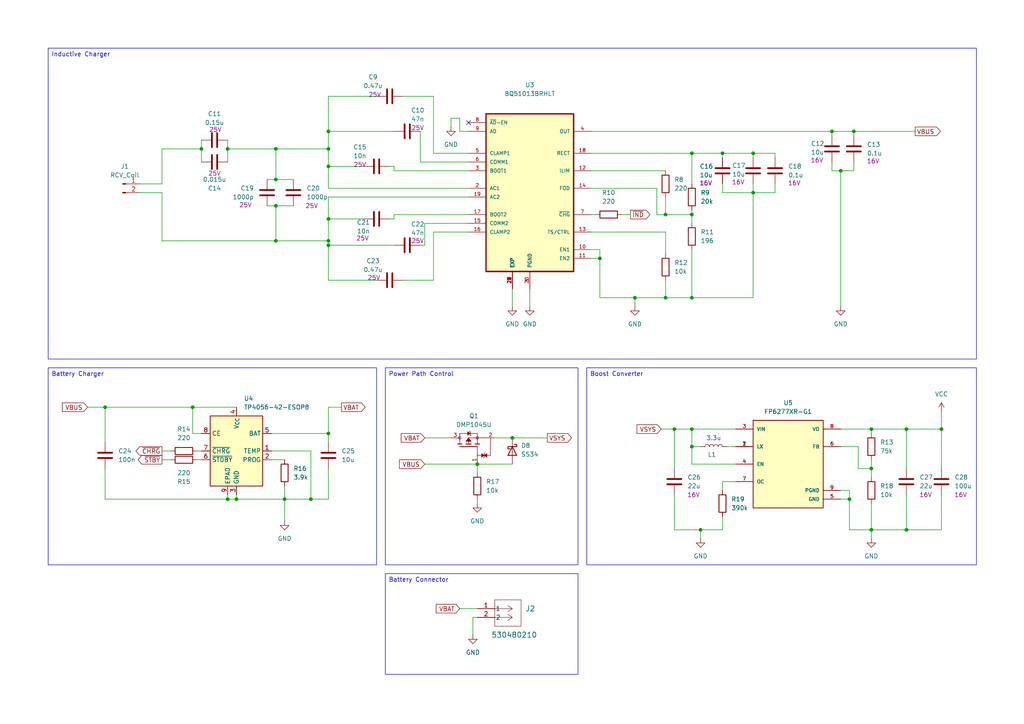
<source format=kicad_sch>
(kicad_sch (version 20250114) (generator "eeschema") (generator_version "9.0")
  (paper "A4")
  (title_block (title "Ignis") (date "2025-08-24") (rev "v1.1"))
  (lib_symbols
    (symbol "Battery_Management:TP4056-42-ESOP8"
      (property "Reference" "U" (at -6.604 11.684 0))
      (property "Value" "TP4056-42-ESOP8" (at 10.16 11.684 0))
      (symbol "TP4056-42-ESOP8_1_0"
        (pin input line (at -10.16 5.08 0) (length 2.54) (name "CE") (number "8"))
        (pin open_collector line (at -10.16 0 0) (length 2.54) (name "~{CHRG}") (number "7"))
        (pin open_collector line (at -10.16 -2.54 0) (length 2.54) (name "~{STDBY}") (number "6"))
        (pin passive line (at -2.54 -12.7 90) (length 2.54) (name "EPAD") (number "9"))
        (pin power_in line (at 0 12.7 270) (length 2.54) (name "V_{CC}") (number "4"))
        (pin power_in line (at 0 -12.7 90) (length 2.54) (name "GND") (number "3"))
        (pin power_out line (at 10.16 5.08 180) (length 2.54) (name "BAT") (number "5"))
        (pin input line (at 10.16 0 180) (length 2.54) (name "TEMP") (number "1"))
        (pin passive line (at 10.16 -2.54 180) (length 2.54) (name "PROG") (number "2"))
      )
      (symbol "TP4056-42-ESOP8_1_1"
        (rectangle (start -7.62 10.16) (end 7.62 -10.16) (stroke (width 0.254)) (fill (type background)))
      )
    )
    (symbol "Connector:Conn_01x02_Pin" (pin_names (offset 1.016) (hide yes))
      (property "Reference" "J" (at 0 2.54 0))
      (property "Value" "Conn_01x02_Pin" (at 0 -5.08 0))
      (symbol "Conn_01x02_Pin_1_1"
        (rectangle (start 0.8636 0.127) (end 0 -0.127) (stroke (width 0.1524)) (fill (type outline)))
        (rectangle (start 0.8636 -2.413) (end 0 -2.667) (stroke (width 0.1524)) (fill (type outline)))
        (polyline (pts (xy 1.27 0) (xy 0.8636 0)) (stroke (width 0.1524)))
        (polyline (pts (xy 1.27 -2.54) (xy 0.8636 -2.54)) (stroke (width 0.1524)))
        (pin passive line (at 5.08 0 180) (length 3.81) (name "Pin_1") (number "1"))
        (pin passive line (at 5.08 -2.54 180) (length 3.81) (name "Pin_2") (number "2"))
      )
    )
    (symbol "Device:C" (pin_numbers (hide yes)) (pin_names (offset 0.254))
      (property "Reference" "C" (at 0.635 2.54 0))
      (property "Value" "C" (at 0.635 -2.54 0))
      (symbol "C_0_1"
        (polyline (pts (xy -2.032 0.762) (xy 2.032 0.762)) (stroke (width 0.508)))
        (polyline (pts (xy -2.032 -0.762) (xy 2.032 -0.762)) (stroke (width 0.508)))
      )
      (symbol "C_1_1"
        (pin passive line (at 0 3.81 270) (length 2.794) (name "~") (number "1"))
        (pin passive line (at 0 -3.81 90) (length 2.794) (name "~") (number "2"))
      )
    )
    (symbol "Device:L" (pin_numbers (hide yes)) (pin_names (offset 1.016) (hide yes))
      (property "Reference" "L" (at -1.27 0 90))
      (property "Value" "L" (at 1.905 0 90))
      (symbol "L_0_1"
        (arc (start 0 2.54) (mid 0.6323 1.905) (end 0 1.27))
        (arc (start 0 1.27) (mid 0.6323 0.635) (end 0 0))
        (arc (start 0 0) (mid 0.6323 -0.635) (end 0 -1.27))
        (arc (start 0 -1.27) (mid 0.6323 -1.905) (end 0 -2.54))
      )
      (symbol "L_1_1"
        (pin passive line (at 0 3.81 270) (length 1.27) (name "1") (number "1"))
        (pin passive line (at 0 -3.81 90) (length 1.27) (name "2") (number "2"))
      )
    )
    (symbol "Device:R" (pin_numbers (hide yes)) (pin_names (offset 0))
      (property "Reference" "R" (at 2.032 0 90))
      (property "Value" "R" (at 0 0 90))
      (symbol "R_0_1"
        (rectangle (start -1.016 -2.54) (end 1.016 2.54) (stroke (width 0.254)))
      )
      (symbol "R_1_1"
        (pin passive line (at 0 3.81 270) (length 1.27) (name "~") (number "1"))
        (pin passive line (at 0 -3.81 90) (length 1.27) (name "~") (number "2"))
      )
    )
    (symbol "Diode:SS34" (pin_numbers (hide yes)) (pin_names (offset 1.016) (hide yes))
      (property "Reference" "D" (at 0 2.54 0))
      (property "Value" "SS34" (at 0 -2.54 0))
      (symbol "SS34_0_1"
        (polyline (pts (xy -1.905 0.635) (xy -1.905 1.27) (xy -1.27 1.27) (xy -1.27 -1.27) (xy -0.635 -1.27) (xy -0.635 -0.635)) (stroke (width 0.254)))
        (polyline (pts (xy 1.27 1.27) (xy 1.27 -1.27) (xy -1.27 0) (xy 1.27 1.27)) (stroke (width 0.254)))
        (polyline (pts (xy 1.27 0) (xy -1.27 0)))
      )
      (symbol "SS34_1_1"
        (pin passive line (at -3.81 0 0) (length 2.54) (name "K") (number "1"))
        (pin passive line (at 3.81 0 180) (length 2.54) (name "A") (number "2"))
      )
    )
    (symbol "Ignis:BQ51013BRHLT" (pin_names (offset 1.016))
      (property "Reference" "U" (at -12.192 26.67 0))
      (property "Value" "BQ51013BRHLT" (at -12.192 24.13 0))
      (symbol "BQ51013BRHLT_0_0"
        (rectangle (start -12.7 -22.86) (end 12.7 22.86) (stroke (width 0.41)) (fill (type background)))
        (pin output line (at -17.78 20.32 0) (length 5.08) (name "~{AD}-EN") (number "8"))
        (pin input line (at -17.78 17.78 0) (length 5.08) (name "AD") (number "9"))
        (pin output line (at -17.78 11.43 0) (length 5.08) (name "CLAMP1") (number "5"))
        (pin output line (at -17.78 8.89 0) (length 5.08) (name "COMM1") (number "6"))
        (pin output line (at -17.78 6.35 0) (length 5.08) (name "BOOT1") (number "3"))
        (pin input line (at -17.78 1.27 0) (length 5.08) (name "AC1") (number "2"))
        (pin input line (at -17.78 -1.27 0) (length 5.08) (name "AC2") (number "19"))
        (pin output line (at -17.78 -6.35 0) (length 5.08) (name "BOOT2") (number "17"))
        (pin output line (at -17.78 -8.89 0) (length 5.08) (name "COMM2") (number "15"))
        (pin output line (at -17.78 -11.43 0) (length 5.08) (name "CLAMP2") (number "16"))
        (pin power_in line (at -5.08 -27.94 90) (length 5.08) (name "EXP") (number "21"))
        (pin power_in line (at -5.08 -27.94 90) (length 5.08) (name "EXP") (number "22"))
        (pin power_in line (at -5.08 -27.94 90) (length 5.08) (name "EXP") (number "23"))
        (pin power_in line (at -5.08 -27.94 90) (length 5.08) (name "EXP") (number "24"))
        (pin power_in line (at -5.08 -27.94 90) (length 5.08) (name "EXP") (number "25"))
        (pin power_in line (at -5.08 -27.94 90) (length 5.08) (name "EXP") (number "26"))
        (pin power_in line (at -5.08 -27.94 90) (length 5.08) (name "EXP") (number "27"))
        (pin power_in line (at -5.08 -27.94 90) (length 5.08) (name "EXP") (number "28"))
        (pin power_in line (at -5.08 -27.94 90) (length 5.08) (name "EXP") (number "29"))
        (pin power_in line (at 0 -27.94 90) (length 5.08) (name "PGND") (number "1"))
        (pin power_in line (at 0 -27.94 90) (length 5.08) (name "PGND") (number "20"))
        (pin output line (at 17.78 17.78 180) (length 5.08) (name "OUT") (number "4"))
        (pin output line (at 17.78 11.43 180) (length 5.08) (name "RECT") (number "18"))
        (pin bidirectional line (at 17.78 6.35 180) (length 5.08) (name "ILIM") (number "12"))
        (pin input line (at 17.78 1.27 180) (length 5.08) (name "FOD") (number "14"))
        (pin output line (at 17.78 -6.35 180) (length 5.08) (name "~{CHG}") (number "7"))
        (pin input line (at 17.78 -11.43 180) (length 5.08) (name "TS/CTRL") (number "13"))
        (pin input line (at 17.78 -16.51 180) (length 5.08) (name "EN1") (number "10"))
        (pin input line (at 17.78 -19.05 180) (length 5.08) (name "EN2") (number "11"))
      )
    )
    (symbol "Ignis:DMP1045U" (pin_names (offset 1.016))
      (property "Reference" "Q" (at -10.16 7.62 0))
      (property "Value" "DMP1045U" (at -10.16 -7.62 0))
      (symbol "DMP1045U_0_0"
        (polyline (pts (xy -3.048 4.572) (xy -3.302 4.318)) (stroke (width 0.1524)))
        (polyline (pts (xy -2.54 6.35) (xy -2.54 5.334)) (stroke (width 0.1524)))
        (polyline (pts (xy -2.54 6.35) (xy 2.54 6.35)) (stroke (width 0.1524)))
        (polyline (pts (xy -2.54 4.572) (xy -3.048 4.572)) (stroke (width 0.1524)))
        (polyline (pts (xy -2.54 4.572) (xy -3.048 5.334) (xy -2.032 5.334) (xy -2.54 4.572)) (stroke (width 0.1524)) (fill (type outline)))
        (polyline (pts (xy -2.54 4.572) (xy -2.032 3.81) (xy -3.048 3.81) (xy -2.54 4.572)) (stroke (width 0.1524)) (fill (type outline)))
        (polyline (pts (xy -2.54 2.54) (xy -2.54 4.572)) (stroke (width 0.1524)))
        (polyline (pts (xy -2.54 2.54) (xy 0 2.54)) (stroke (width 0.1524)))
        (polyline (pts (xy -2.032 4.572) (xy -2.54 4.572)) (stroke (width 0.1524)))
        (polyline (pts (xy -1.778 4.826) (xy -2.032 4.572)) (stroke (width 0.1524)))
        (polyline (pts (xy 0 -2.54) (xy 0 2.54)) (stroke (width 0.254)))
        (polyline (pts (xy 0.762 2.54) (xy 0.762 3.175)) (stroke (width 0.254)))
        (polyline (pts (xy 0.762 1.905) (xy 0.762 2.54)) (stroke (width 0.254)))
        (polyline (pts (xy 0.762 0) (xy 0.762 0.762)) (stroke (width 0.254)))
        (polyline (pts (xy 0.762 0) (xy 2.54 0)) (stroke (width 0.1524)))
        (polyline (pts (xy 0.762 -0.762) (xy 0.762 0)) (stroke (width 0.254)))
        (polyline (pts (xy 0.762 -2.54) (xy 0.762 -1.905)) (stroke (width 0.254)))
        (polyline (pts (xy 0.762 -2.54) (xy 3.81 -2.54)) (stroke (width 0.1524)))
        (polyline (pts (xy 0.762 -3.175) (xy 0.762 -2.54)) (stroke (width 0.254)))
        (polyline (pts (xy 2.54 2.54) (xy 0.762 2.54)) (stroke (width 0.1524)))
        (polyline (pts (xy 2.54 2.54) (xy 2.54 5.08)) (stroke (width 0.1524)))
        (polyline (pts (xy 2.54 2.54) (xy 3.81 2.54)) (stroke (width 0.1524)))
        (circle (center 2.54 2.54) (radius 0.3592))
        (polyline (pts (xy 2.54 0) (xy 2.54 2.54)) (stroke (width 0.1524)))
        (polyline (pts (xy 2.54 0) (xy 1.524 0.762) (xy 1.524 -0.762) (xy 2.54 0)) (stroke (width 0.1524)) (fill (type outline)))
        (circle (center 2.54 -2.54) (radius 0.3592))
        (polyline (pts (xy 3.048 0.762) (xy 3.302 0.508)) (stroke (width 0.1524)))
        (polyline (pts (xy 3.302 0.508) (xy 3.81 0.508)) (stroke (width 0.1524)))
        (polyline (pts (xy 3.81 0.508) (xy 3.81 2.54)) (stroke (width 0.1524)))
        (polyline (pts (xy 3.81 0.508) (xy 4.318 0.508)) (stroke (width 0.1524)))
        (polyline (pts (xy 3.81 0.508) (xy 4.318 -0.254) (xy 3.302 -0.254) (xy 3.81 0.508)) (stroke (width 0.1524)) (fill (type outline)))
        (polyline (pts (xy 3.81 -2.54) (xy 3.81 0.508)) (stroke (width 0.1524)))
        (polyline (pts (xy 4.318 0.508) (xy 4.572 0.254)) (stroke (width 0.1524)))
        (pin passive line (at -5.08 2.54 0) (length 2.54) (name "~") (number "1"))
        (pin passive line (at 2.54 7.62 270) (length 2.54) (name "~") (number "2"))
        (pin passive line (at 2.54 -5.08 90) (length 2.54) (name "~") (number "3"))
      )
    )
    (symbol "Ignis:FP6277XR-G1" (pin_names (offset 1.016))
      (property "Reference" "U" (at -10.16 13.462 0))
      (property "Value" "FP6277XR-G1" (at -10.16 -15.24 0))
      (symbol "FP6277XR-G1_0_0"
        (rectangle (start -10.16 -12.7) (end 10.16 12.7) (stroke (width 0.254)) (fill (type background)))
        (pin input line (at -15.24 10.16 0) (length 5.08) (name "VIN") (number "3"))
        (pin input line (at -15.24 5.08 0) (length 5.08) (name "LX") (number "1"))
        (pin input line (at -15.24 5.08 0) (length 5.08) (name "LX") (number "2"))
        (pin input line (at -15.24 0 0) (length 5.08) (name "EN") (number "4"))
        (pin input line (at -15.24 -5.08 0) (length 5.08) (name "OC") (number "7"))
        (pin output line (at 15.24 10.16 180) (length 5.08) (name "VO") (number "8"))
        (pin input line (at 15.24 5.08 180) (length 5.08) (name "FB") (number "6"))
        (pin power_in line (at 15.24 -7.62 180) (length 5.08) (name "PGND") (number "9"))
        (pin power_in line (at 15.24 -10.16 180) (length 5.08) (name "GND") (number "5"))
      )
    )
    (symbol "Ignis:Molex-53048-0210" (pin_names (offset 0.254))
      (property "Reference" "J" (at 8.89 6.35 0))
      (property "Value" "530480210" (at 0 0 0))
      (symbol "Molex-53048-0210_1_1"
        (polyline (pts (xy 5.08 2.54) (xy 5.08 -5.08)) (stroke (width 0.127)))
        (polyline (pts (xy 5.08 -5.08) (xy 12.7 -5.08)) (stroke (width 0.127)))
        (polyline (pts (xy 10.16 0) (xy 5.08 0)) (stroke (width 0.127)))
        (polyline (pts (xy 10.16 0) (xy 8.89 0.8467)) (stroke (width 0.127)))
        (polyline (pts (xy 10.16 0) (xy 8.89 -0.8467)) (stroke (width 0.127)))
        (polyline (pts (xy 10.16 -2.54) (xy 5.08 -2.54)) (stroke (width 0.127)))
        (polyline (pts (xy 10.16 -2.54) (xy 8.89 -1.6933)) (stroke (width 0.127)))
        (polyline (pts (xy 10.16 -2.54) (xy 8.89 -3.3867)) (stroke (width 0.127)))
        (polyline (pts (xy 12.7 2.54) (xy 5.08 2.54)) (stroke (width 0.127)))
        (polyline (pts (xy 12.7 -5.08) (xy 12.7 2.54)) (stroke (width 0.127)))
        (pin unspecified line (at 0 0 0) (length 5.08) (name "1") (number "1"))
        (pin unspecified line (at 0 -2.54 0) (length 5.08) (name "2") (number "2"))
      )
      (symbol "Molex-53048-0210_1_2"
        (polyline (pts (xy 5.08 2.54) (xy 5.08 -5.08)) (stroke (width 0.127)))
        (polyline (pts (xy 5.08 -5.08) (xy 12.7 -5.08)) (stroke (width 0.127)))
        (polyline (pts (xy 7.62 0) (xy 5.08 0)) (stroke (width 0.127)))
        (polyline (pts (xy 7.62 0) (xy 8.89 0.8467)) (stroke (width 0.127)))
        (polyline (pts (xy 7.62 0) (xy 8.89 -0.8467)) (stroke (width 0.127)))
        (polyline (pts (xy 7.62 -2.54) (xy 5.08 -2.54)) (stroke (width 0.127)))
        (polyline (pts (xy 7.62 -2.54) (xy 8.89 -1.6933)) (stroke (width 0.127)))
        (polyline (pts (xy 7.62 -2.54) (xy 8.89 -3.3867)) (stroke (width 0.127)))
        (polyline (pts (xy 12.7 2.54) (xy 5.08 2.54)) (stroke (width 0.127)))
        (polyline (pts (xy 12.7 -5.08) (xy 12.7 2.54)) (stroke (width 0.127)))
        (pin unspecified line (at 0 0 0) (length 5.08) (name "1") (number "1"))
        (pin unspecified line (at 0 -2.54 0) (length 5.08) (name "2") (number "2"))
      )
    )
    (symbol "power:GND" (power) (pin_numbers (hide yes)) (pin_names (offset 0) (hide yes))
      (property "Value" "GND" (at 0 -3.81 0))
      (symbol "GND_0_1"
        (polyline (pts (xy 0 0) (xy 0 -1.27) (xy 1.27 -1.27) (xy 0 -2.54) (xy -1.27 -1.27) (xy 0 -1.27)))
      )
      (symbol "GND_1_1"
        (pin power_in line (at 0 0 270) (length 0) (name "~") (number "1"))
      )
    )
    (symbol "power:VCC" (power) (pin_numbers (hide yes)) (pin_names (offset 0) (hide yes))
      (property "Value" "VCC" (at 0 3.556 0))
      (symbol "VCC_0_1"
        (polyline (pts (xy -0.762 1.27) (xy 0 2.54)))
        (polyline (pts (xy 0 2.54) (xy 0.762 1.27)))
        (polyline (pts (xy 0 0) (xy 0 2.54)))
      )
      (symbol "VCC_1_1"
        (pin power_in line (at 0 0 90) (length 0) (name "~") (number "1"))
      )
    )
  )
  (text_box "Battery Connector" (at 111.76 166.37 0) (size 55.88 29.21) (margins 0.9525 0.9525 0.9525 0.9525) (effects (font (size 1.27 1.27)) (justify left top)))
  (text_box "Inductive Charger" (at 13.97 13.97 0) (size 269.24 90.17) (margins 0.9525 0.9525 0.9525 0.9525) (effects (font (size 1.27 1.27)) (justify left top)))
  (text_box "Battery Charger" (at 13.97 106.68 0) (size 95.25 57.15) (margins 0.9525 0.9525 0.9525 0.9525) (effects (font (size 1.27 1.27)) (justify left top)))
  (text_box "Power Path Control" (at 111.76 106.68 0) (size 55.88 57.15) (margins 0.9525 0.9525 0.9525 0.9525) (effects (font (size 1.27 1.27)) (justify left top)))
  (text_box "Boost Converter" (at 170.18 106.68 0) (size 113.03 57.15) (margins 0.9525 0.9525 0.9525 0.9525) (effects (font (size 1.27 1.27)) (justify left top)))
  (junction (at 200.66 44.45))
  (junction (at 193.04 62.23))
  (junction (at 90.17 144.78))
  (junction (at 273.05 124.46))
  (junction (at 82.55 144.78))
  (junction (at 200.66 62.23))
  (junction (at 252.73 153.67))
  (junction (at 262.89 124.46))
  (junction (at 246.38 144.78))
  (junction (at 30.48 118.11))
  (junction (at 200.66 86.36))
  (junction (at 95.25 63.5))
  (junction (at 200.66 124.46))
  (junction (at 66.04 43.18))
  (junction (at 95.25 38.1))
  (junction (at 252.73 135.89))
  (junction (at 243.84 49.53))
  (junction (at 55.88 118.11))
  (junction (at 184.15 86.36))
  (junction (at 195.58 124.46))
  (junction (at 218.44 55.88))
  (junction (at 148.59 127))
  (junction (at 80.01 59.69))
  (junction (at 218.44 44.45))
  (junction (at 262.89 153.67))
  (junction (at 95.25 48.26))
  (junction (at 66.04 144.78))
  (junction (at 95.25 71.12))
  (junction (at 58.42 43.18))
  (junction (at 173.99 74.93))
  (junction (at 209.55 44.45))
  (junction (at 95.25 125.73))
  (junction (at 203.2 153.67))
  (junction (at 138.43 134.62))
  (junction (at 200.66 129.54))
  (junction (at 252.73 124.46))
  (junction (at 80.01 69.85))
  (junction (at 247.65 38.1))
  (junction (at 241.3 38.1))
  (junction (at 80.01 43.18))
  (junction (at 80.01 52.07))
  (junction (at 193.04 86.36))
  (junction (at 68.58 144.78))
  (junction (at 95.25 43.18))
  (junction (at 95.25 69.85))
  (no_connect (at 135.89 35.56))
  (wire (pts (xy 241.3 46.99) (xy 241.3 49.53)))
  (wire (pts (xy 95.25 63.5) (xy 95.25 69.85)))
  (wire (pts (xy 273.05 153.67) (xy 262.89 153.67)))
  (wire (pts (xy 121.92 71.12) (xy 123.19 71.12)))
  (wire (pts (xy 123.19 134.62) (xy 138.43 134.62)))
  (wire (pts (xy 190.5 54.61) (xy 171.45 54.61)))
  (wire (pts (xy 195.58 124.46) (xy 200.66 124.46)))
  (wire (pts (xy 171.45 49.53) (xy 193.04 49.53)))
  (wire (pts (xy 133.35 176.53) (xy 138.43 176.53)))
  (wire (pts (xy 262.89 124.46) (xy 252.73 124.46)))
  (wire (pts (xy 40.64 55.88) (xy 46.99 55.88)))
  (wire (pts (xy 95.25 48.26) (xy 95.25 54.61)))
  (wire (pts (xy 123.19 71.12) (xy 123.19 64.77)))
  (wire (pts (xy 78.74 125.73) (xy 95.25 125.73)))
  (wire (pts (xy 66.04 144.78) (xy 68.58 144.78)))
  (wire (pts (xy 30.48 128.27) (xy 30.48 118.11)))
  (wire (pts (xy 123.19 64.77) (xy 135.89 64.77)))
  (wire (pts (xy 209.55 44.45) (xy 218.44 44.45)))
  (wire (pts (xy 121.92 38.1) (xy 121.92 46.99)))
  (wire (pts (xy 57.15 133.35) (xy 58.42 133.35)))
  (wire (pts (xy 46.99 133.35) (xy 49.53 133.35)))
  (wire (pts (xy 173.99 86.36) (xy 184.15 86.36)))
  (wire (pts (xy 191.77 124.46) (xy 195.58 124.46)))
  (wire (pts (xy 173.99 72.39) (xy 173.99 74.93)))
  (wire (pts (xy 95.25 81.28) (xy 109.22 81.28)))
  (wire (pts (xy 80.01 43.18) (xy 80.01 52.07)))
  (wire (pts (xy 99.06 118.11) (xy 95.25 118.11)))
  (wire (pts (xy 30.48 135.89) (xy 30.48 144.78)))
  (wire (pts (xy 40.64 53.34) (xy 46.99 53.34)))
  (wire (pts (xy 125.73 67.31) (xy 135.89 67.31)))
  (wire (pts (xy 130.81 36.83) (xy 130.81 34.29)))
  (wire (pts (xy 241.3 38.1) (xy 247.65 38.1)))
  (wire (pts (xy 68.58 143.51) (xy 68.58 144.78)))
  (wire (pts (xy 95.25 38.1) (xy 114.3 38.1)))
  (wire (pts (xy 171.45 74.93) (xy 173.99 74.93)))
  (wire (pts (xy 252.73 135.89) (xy 252.73 133.35)))
  (wire (pts (xy 209.55 139.7) (xy 209.55 142.24)))
  (wire (pts (xy 193.04 57.15) (xy 193.04 62.23)))
  (wire (pts (xy 247.65 39.37) (xy 247.65 38.1)))
  (wire (pts (xy 195.58 135.89) (xy 195.58 124.46)))
  (wire (pts (xy 113.03 63.5) (xy 114.3 63.5)))
  (wire (pts (xy 200.66 60.96) (xy 200.66 62.23)))
  (wire (pts (xy 135.89 54.61) (xy 95.25 54.61)))
  (wire (pts (xy 30.48 144.78) (xy 66.04 144.78)))
  (wire (pts (xy 46.99 130.81) (xy 49.53 130.81)))
  (wire (pts (xy 58.42 125.73) (xy 55.88 125.73)))
  (wire (pts (xy 195.58 143.51) (xy 195.58 153.67)))
  (wire (pts (xy 46.99 53.34) (xy 46.99 43.18)))
  (wire (pts (xy 209.55 55.88) (xy 218.44 55.88)))
  (wire (pts (xy 184.15 86.36) (xy 184.15 88.9)))
  (wire (pts (xy 95.25 71.12) (xy 114.3 71.12)))
  (wire (pts (xy 80.01 43.18) (xy 66.04 43.18)))
  (wire (pts (xy 113.03 48.26) (xy 114.3 48.26)))
  (wire (pts (xy 184.15 86.36) (xy 193.04 86.36)))
  (wire (pts (xy 262.89 143.51) (xy 262.89 153.67)))
  (wire (pts (xy 95.25 144.78) (xy 90.17 144.78)))
  (wire (pts (xy 95.25 81.28) (xy 95.25 71.12)))
  (wire (pts (xy 246.38 153.67) (xy 246.38 144.78)))
  (wire (pts (xy 95.25 69.85) (xy 80.01 69.85)))
  (wire (pts (xy 133.35 38.1) (xy 135.89 38.1)))
  (wire (pts (xy 138.43 146.05) (xy 138.43 144.78)))
  (wire (pts (xy 80.01 59.69) (xy 80.01 69.85)))
  (wire (pts (xy 193.04 86.36) (xy 200.66 86.36)))
  (wire (pts (xy 130.81 34.29) (xy 133.35 34.29)))
  (wire (pts (xy 243.84 129.54) (xy 248.92 129.54)))
  (wire (pts (xy 203.2 156.21) (xy 203.2 153.67)))
  (wire (pts (xy 200.66 129.54) (xy 203.2 129.54)))
  (wire (pts (xy 77.47 52.07) (xy 80.01 52.07)))
  (wire (pts (xy 200.66 129.54) (xy 200.66 134.62)))
  (wire (pts (xy 252.73 153.67) (xy 246.38 153.67)))
  (wire (pts (xy 95.25 135.89) (xy 95.25 144.78)))
  (wire (pts (xy 200.66 86.36) (xy 218.44 86.36)))
  (wire (pts (xy 114.3 49.53) (xy 135.89 49.53)))
  (wire (pts (xy 241.3 49.53) (xy 243.84 49.53)))
  (wire (pts (xy 246.38 144.78) (xy 246.38 142.24)))
  (wire (pts (xy 252.73 124.46) (xy 252.73 125.73)))
  (wire (pts (xy 138.43 179.07) (xy 137.16 179.07)))
  (wire (pts (xy 148.59 83.82) (xy 148.59 88.9)))
  (wire (pts (xy 252.73 135.89) (xy 252.73 138.43)))
  (wire (pts (xy 143.51 127) (xy 148.59 127)))
  (wire (pts (xy 66.04 40.64) (xy 66.04 43.18)))
  (wire (pts (xy 173.99 74.93) (xy 173.99 86.36)))
  (wire (pts (xy 248.92 135.89) (xy 252.73 135.89)))
  (wire (pts (xy 114.3 48.26) (xy 114.3 49.53)))
  (wire (pts (xy 121.92 46.99) (xy 135.89 46.99)))
  (wire (pts (xy 82.55 140.97) (xy 82.55 144.78)))
  (wire (pts (xy 273.05 135.89) (xy 273.05 124.46)))
  (wire (pts (xy 218.44 55.88) (xy 224.79 55.88)))
  (wire (pts (xy 171.45 67.31) (xy 193.04 67.31)))
  (wire (pts (xy 171.45 62.23) (xy 172.72 62.23)))
  (wire (pts (xy 95.25 43.18) (xy 95.25 48.26)))
  (wire (pts (xy 114.3 62.23) (xy 135.89 62.23)))
  (wire (pts (xy 224.79 53.34) (xy 224.79 55.88)))
  (wire (pts (xy 57.15 130.81) (xy 58.42 130.81)))
  (wire (pts (xy 125.73 44.45) (xy 135.89 44.45)))
  (wire (pts (xy 213.36 124.46) (xy 200.66 124.46)))
  (wire (pts (xy 55.88 118.11) (xy 68.58 118.11)))
  (wire (pts (xy 213.36 139.7) (xy 209.55 139.7)))
  (wire (pts (xy 114.3 63.5) (xy 114.3 62.23)))
  (wire (pts (xy 243.84 144.78) (xy 246.38 144.78)))
  (wire (pts (xy 25.4 118.11) (xy 30.48 118.11)))
  (wire (pts (xy 171.45 44.45) (xy 200.66 44.45)))
  (wire (pts (xy 200.66 44.45) (xy 209.55 44.45)))
  (wire (pts (xy 95.25 71.12) (xy 95.25 69.85)))
  (wire (pts (xy 190.5 62.23) (xy 193.04 62.23)))
  (wire (pts (xy 78.74 133.35) (xy 82.55 133.35)))
  (wire (pts (xy 200.66 62.23) (xy 200.66 64.77)))
  (wire (pts (xy 252.73 156.21) (xy 252.73 153.67)))
  (wire (pts (xy 95.25 118.11) (xy 95.25 125.73)))
  (wire (pts (xy 58.42 40.64) (xy 58.42 43.18)))
  (wire (pts (xy 95.25 125.73) (xy 95.25 128.27)))
  (wire (pts (xy 247.65 49.53) (xy 247.65 46.99)))
  (wire (pts (xy 116.84 27.94) (xy 125.73 27.94)))
  (wire (pts (xy 171.45 72.39) (xy 173.99 72.39)))
  (wire (pts (xy 138.43 134.62) (xy 138.43 137.16)))
  (wire (pts (xy 148.59 127) (xy 158.75 127)))
  (wire (pts (xy 218.44 45.72) (xy 218.44 44.45)))
  (wire (pts (xy 46.99 43.18) (xy 58.42 43.18)))
  (wire (pts (xy 273.05 143.51) (xy 273.05 153.67)))
  (wire (pts (xy 138.43 134.62) (xy 148.59 134.62)))
  (wire (pts (xy 78.74 130.81) (xy 90.17 130.81)))
  (wire (pts (xy 95.25 27.94) (xy 95.25 38.1)))
  (wire (pts (xy 180.34 62.23) (xy 182.88 62.23)))
  (wire (pts (xy 137.16 179.07) (xy 137.16 184.15)))
  (wire (pts (xy 248.92 129.54) (xy 248.92 135.89)))
  (wire (pts (xy 243.84 49.53) (xy 243.84 88.9)))
  (wire (pts (xy 210.82 129.54) (xy 213.36 129.54)))
  (wire (pts (xy 125.73 81.28) (xy 125.73 67.31)))
  (wire (pts (xy 82.55 144.78) (xy 82.55 151.13)))
  (wire (pts (xy 273.05 119.38) (xy 273.05 124.46)))
  (wire (pts (xy 123.19 127) (xy 130.81 127)))
  (wire (pts (xy 262.89 153.67) (xy 252.73 153.67)))
  (wire (pts (xy 193.04 81.28) (xy 193.04 86.36)))
  (wire (pts (xy 116.84 81.28) (xy 125.73 81.28)))
  (wire (pts (xy 82.55 144.78) (xy 90.17 144.78)))
  (wire (pts (xy 80.01 52.07) (xy 85.09 52.07)))
  (wire (pts (xy 195.58 153.67) (xy 203.2 153.67)))
  (wire (pts (xy 95.25 38.1) (xy 95.25 43.18)))
  (wire (pts (xy 203.2 153.67) (xy 209.55 153.67)))
  (wire (pts (xy 193.04 62.23) (xy 200.66 62.23)))
  (wire (pts (xy 171.45 38.1) (xy 241.3 38.1)))
  (wire (pts (xy 90.17 130.81) (xy 90.17 144.78)))
  (wire (pts (xy 224.79 44.45) (xy 218.44 44.45)))
  (wire (pts (xy 66.04 43.18) (xy 66.04 46.99)))
  (wire (pts (xy 273.05 124.46) (xy 262.89 124.46)))
  (wire (pts (xy 247.65 38.1) (xy 265.43 38.1)))
  (wire (pts (xy 55.88 125.73) (xy 55.88 118.11)))
  (wire (pts (xy 77.47 59.69) (xy 80.01 59.69)))
  (wire (pts (xy 95.25 27.94) (xy 109.22 27.94)))
  (wire (pts (xy 243.84 49.53) (xy 247.65 49.53)))
  (wire (pts (xy 224.79 45.72) (xy 224.79 44.45)))
  (wire (pts (xy 95.25 63.5) (xy 105.41 63.5)))
  (wire (pts (xy 200.66 72.39) (xy 200.66 86.36)))
  (wire (pts (xy 218.44 53.34) (xy 218.44 55.88)))
  (wire (pts (xy 209.55 149.86) (xy 209.55 153.67)))
  (wire (pts (xy 46.99 69.85) (xy 80.01 69.85)))
  (wire (pts (xy 252.73 146.05) (xy 252.73 153.67)))
  (wire (pts (xy 200.66 134.62) (xy 213.36 134.62)))
  (wire (pts (xy 66.04 143.51) (xy 66.04 144.78)))
  (wire (pts (xy 95.25 57.15) (xy 135.89 57.15)))
  (wire (pts (xy 153.67 83.82) (xy 153.67 88.9)))
  (wire (pts (xy 125.73 27.94) (xy 125.73 44.45)))
  (wire (pts (xy 95.25 48.26) (xy 105.41 48.26)))
  (wire (pts (xy 95.25 43.18) (xy 80.01 43.18)))
  (wire (pts (xy 262.89 135.89) (xy 262.89 124.46)))
  (wire (pts (xy 200.66 124.46) (xy 200.66 129.54)))
  (wire (pts (xy 241.3 38.1) (xy 241.3 39.37)))
  (wire (pts (xy 243.84 124.46) (xy 252.73 124.46)))
  (wire (pts (xy 80.01 59.69) (xy 85.09 59.69)))
  (wire (pts (xy 193.04 67.31) (xy 193.04 73.66)))
  (wire (pts (xy 133.35 34.29) (xy 133.35 38.1)))
  (wire (pts (xy 200.66 44.45) (xy 200.66 53.34)))
  (wire (pts (xy 190.5 54.61) (xy 190.5 62.23)))
  (wire (pts (xy 218.44 55.88) (xy 218.44 86.36)))
  (wire (pts (xy 30.48 118.11) (xy 55.88 118.11)))
  (wire (pts (xy 209.55 53.34) (xy 209.55 55.88)))
  (wire (pts (xy 95.25 57.15) (xy 95.25 63.5)))
  (wire (pts (xy 58.42 43.18) (xy 58.42 46.99)))
  (wire (pts (xy 246.38 142.24) (xy 243.84 142.24)))
  (wire (pts (xy 82.55 144.78) (xy 68.58 144.78)))
  (wire (pts (xy 46.99 55.88) (xy 46.99 69.85)))
  (wire (pts (xy 209.55 44.45) (xy 209.55 45.72)))
  (global_label "~{CHRG}" (shape output) (at 46.99 130.81 180) (property "Intersheetrefs" "${INTERSHEET_REFS}" (effects (hide yes))))
  (global_label "VBUS" (shape output) (at 265.43 38.1 0) (property "Intersheetrefs" "${INTERSHEET_REFS}" (effects (hide yes))))
  (global_label "VBUS" (shape input) (at 25.4 118.11 180) (property "Intersheetrefs" "${INTERSHEET_REFS}" (effects (hide yes))))
  (global_label "VSYS" (shape output) (at 158.75 127 0) (property "Intersheetrefs" "${INTERSHEET_REFS}" (effects (hide yes))))
  (global_label "VSYS" (shape input) (at 191.77 124.46 180) (property "Intersheetrefs" "${INTERSHEET_REFS}" (effects (hide yes))))
  (global_label "~{STBY}" (shape output) (at 46.99 133.35 180) (property "Intersheetrefs" "${INTERSHEET_REFS}" (effects (hide yes))))
  (global_label "~{IND}" (shape output) (at 182.88 62.23 0) (property "Intersheetrefs" "${INTERSHEET_REFS}" (effects (hide yes))))
  (global_label "VBAT" (shape input) (at 133.35 176.53 180) (property "Intersheetrefs" "${INTERSHEET_REFS}" (effects (hide yes))))
  (global_label "VBAT" (shape output) (at 99.06 118.11 0) (property "Intersheetrefs" "${INTERSHEET_REFS}" (effects (hide yes))))
  (global_label "VBAT" (shape input) (at 123.19 127 180) (property "Intersheetrefs" "${INTERSHEET_REFS}" (effects (hide yes))))
  (global_label "VBUS" (shape input) (at 123.19 134.62 180) (property "Intersheetrefs" "${INTERSHEET_REFS}" (effects (hide yes))))
  (symbol (lib_id "Device:C") (at 118.11 71.12 90) (unit 1)
    (property "Reference" "C22" (at 121.158 65.024 90))
    (property "Value" "47n" (at 121.158 67.564 90))
    (property "Description" "Unpolarized capacitor" (effects (hide yes)))
    (property "Rating" "25V" (at 121.158 69.85 90))
  )
  (symbol (lib_id "Battery_Management:TP4056-42-ESOP8") (at 68.58 130.81 0) (unit 1)
    (property "Reference" "U4" (at 70.7233 115.57 0) (effects (justify left)))
    (property "Value" "TP4056-42-ESOP8" (at 70.7233 118.11 0) (effects (justify left)))
    (property "Footprint" "Package_SO:SOIC-8-1EP_3.9x4.9mm_P1.27mm_EP2.41x3.3mm_ThermalVias" (effects (hide yes)))
    (property "Datasheet" "https://www.lcsc.com/datasheet/lcsc_datasheet_2410121619_TOPPOWER-Nanjing-Extension-Microelectronics-TP4056-42-ESOP8_C16581.pdf" (effects (hide yes)))
    (property "Description" "1A Standalone Linear Li-ion/LiPo single-cell battery charger, 4.2V ±1% charge voltage, VCC = 4.0..8.0V, SOIC-8 (SOP-8)" (effects (hide yes)))
  )
  (symbol (lib_id "power:GND") (at 137.16 184.15 0) (unit 1)
    (property "Reference" "#PWR039" (effects (hide yes)))
    (property "Value" "GND" (at 137.16 189.23 0))
    (property "Description" "Power symbol creates a global label with name \"GND\" , ground" (effects (hide yes)))
  )
  (symbol (lib_id "Device:R") (at 193.04 53.34 0) (unit 1)
    (property "Reference" "R8" (at 195.58 52.0699 0) (effects (justify left)))
    (property "Value" "220" (at 195.58 54.6099 0) (effects (justify left)))
    (property "Description" "Resistor" (effects (hide yes)))
  )
  (symbol (lib_id "power:GND") (at 153.67 88.9 0) (unit 1)
    (property "Reference" "#PWR031" (effects (hide yes)))
    (property "Value" "GND" (at 153.67 93.98 0))
    (property "Description" "Power symbol creates a global label with name \"GND\" , ground" (effects (hide yes)))
  )
  (symbol (lib_id "Ignis:DMP1045U") (at 135.89 129.54 270) (mirror x) (unit 1)
    (property "Reference" "Q1" (at 137.4521 120.65 90))
    (property "Value" "DMP1045U" (at 137.4521 123.19 90))
    (property "Footprint" "DMP1045U:SOT91P240X110-3N" (effects (hide yes)))
    (property "MF" "Diodes Inc." (effects (hide yes)))
    (property "MAXIMUM_PACKAGE_HEIGHT" "1.1 mm" (effects (hide yes)))
    (property "Package" "SOT-23 Diodes Inc." (effects (hide yes)))
    (property "Price" "None" (effects (hide yes)))
    (property "Check_prices" "https://www.snapeda.com/parts/DMP1045U/Diodes+Inc./view-part/?ref=eda" (effects (hide yes)))
    (property "STANDARD" "IPC 7351B" (effects (hide yes)))
    (property "PARTREV" "7 - 2" (effects (hide yes)))
    (property "SnapEDA_Link" "https://www.snapeda.com/parts/DMP1045U/Diodes+Inc./view-part/?ref=snap" (effects (hide yes)))
    (property "MP" "DMP1045U" (effects (hide yes)))
    (property "Description_1" "P-Channel 12 V 2.6A (Ta) 530mW Surface Mount X2-WLB0808-4 (Type C)" (effects (hide yes)))
    (property "Availability" "In Stock" (effects (hide yes)))
    (property "MANUFACTURER" "Diodes Inc." (effects (hide yes)))
  )
  (symbol (lib_id "Device:C") (at 195.58 139.7 0) (unit 1)
    (property "Reference" "C26" (at 199.39 138.4299 0) (effects (justify left)))
    (property "Value" "22u" (at 199.39 140.9699 0) (effects (justify left)))
    (property "Description" "Unpolarized capacitor" (effects (hide yes)))
    (property "Rating" "16V" (at 201.168 143.51 0))
  )
  (symbol (lib_id "power:GND") (at 252.73 156.21 0) (unit 1)
    (property "Reference" "#PWR038" (effects (hide yes)))
    (property "Value" "GND" (at 252.73 161.29 0))
    (property "Description" "Power symbol creates a global label with name \"GND\" , ground" (effects (hide yes)))
  )
  (symbol (lib_id "power:GND") (at 243.84 88.9 0) (unit 1)
    (property "Reference" "#PWR033" (effects (hide yes)))
    (property "Value" "GND" (at 243.84 93.98 0))
    (property "Description" "Power symbol creates a global label with name \"GND\" , ground" (effects (hide yes)))
  )
  (symbol (lib_id "power:VCC") (at 273.05 119.38 0) (unit 1)
    (property "Reference" "#PWR034" (effects (hide yes)))
    (property "Value" "VCC" (at 273.05 114.3 0))
    (property "Description" "Power symbol creates a global label with name \"VCC\"" (effects (hide yes)))
  )
  (symbol (lib_id "power:GND") (at 184.15 88.9 0) (unit 1)
    (property "Reference" "#PWR032" (effects (hide yes)))
    (property "Value" "GND" (at 184.15 93.98 0))
    (property "Description" "Power symbol creates a global label with name \"GND\" , ground" (effects (hide yes)))
  )
  (symbol (lib_id "power:GND") (at 138.43 146.05 0) (unit 1)
    (property "Reference" "#PWR035" (effects (hide yes)))
    (property "Value" "GND" (at 138.43 151.13 0))
    (property "Description" "Power symbol creates a global label with name \"GND\" , ground" (effects (hide yes)))
  )
  (symbol (lib_id "Device:L") (at 207.01 129.54 90) (unit 1)
    (property "Reference" "L1" (at 206.502 131.826 90))
    (property "Value" "3.3u" (at 207.01 127 90))
    (property "Description" "Inductor" (effects (hide yes)))
  )
  (symbol (lib_id "Device:C") (at 85.09 55.88 180) (unit 1)
    (property "Reference" "C20" (at 88.9 54.6099 0) (effects (justify right)))
    (property "Value" "1000p" (at 88.9 57.1499 0) (effects (justify right)))
    (property "Description" "Unpolarized capacitor" (effects (hide yes)))
    (property "Rating" "25V" (at 90.424 59.69 0))
  )
  (symbol (lib_id "Device:R") (at 193.04 77.47 0) (unit 1)
    (property "Reference" "R12" (at 195.58 76.1999 0) (effects (justify left)))
    (property "Value" "10k" (at 195.58 78.7399 0) (effects (justify left)))
    (property "Description" "Resistor" (effects (hide yes)))
  )
  (symbol (lib_id "Device:C") (at 95.25 132.08 180) (unit 1)
    (property "Reference" "C25" (at 99.06 130.8099 0) (effects (justify right)))
    (property "Value" "10u" (at 99.06 133.3499 0) (effects (justify right)))
    (property "Description" "Unpolarized capacitor" (effects (hide yes)))
  )
  (symbol (lib_id "Device:C") (at 30.48 132.08 0) (unit 1)
    (property "Reference" "C24" (at 34.29 130.8099 0) (effects (justify left)))
    (property "Value" "100n" (at 34.29 133.3499 0) (effects (justify left)))
    (property "Description" "Unpolarized capacitor" (effects (hide yes)))
  )
  (symbol (lib_id "Device:R") (at 252.73 142.24 0) (unit 1)
    (property "Reference" "R18" (at 255.27 140.9699 0) (effects (justify left)))
    (property "Value" "10k" (at 255.27 143.5099 0) (effects (justify left)))
    (property "Description" "Resistor" (effects (hide yes)))
  )
  (symbol (lib_id "Device:C") (at 113.03 81.28 90) (unit 1)
    (property "Reference" "C23" (at 108.204 75.692 90))
    (property "Value" "0.47u" (at 108.204 78.232 90))
    (property "Description" "Unpolarized capacitor" (effects (hide yes)))
    (property "Rating" "25V" (at 108.458 80.518 90))
  )
  (symbol (lib_id "power:GND") (at 130.81 36.83 0) (unit 1)
    (property "Reference" "#PWR029" (effects (hide yes)))
    (property "Value" "GND" (at 130.81 41.91 0))
    (property "Description" "Power symbol creates a global label with name \"GND\" , ground" (effects (hide yes)))
  )
  (symbol (lib_id "Device:C") (at 209.55 49.53 0) (unit 1)
    (property "Reference" "C16" (at 202.946 48.26 0) (effects (justify left)))
    (property "Value" "10u" (at 202.946 50.8 0) (effects (justify left)))
    (property "Description" "Unpolarized capacitor" (effects (hide yes)))
    (property "Rating" "16V" (at 204.724 53.0861 0))
  )
  (symbol (lib_id "Device:R") (at 252.73 129.54 0) (unit 1)
    (property "Reference" "R13" (at 255.27 128.2699 0) (effects (justify left)))
    (property "Value" "75k" (at 255.27 130.8099 0) (effects (justify left)))
    (property "Description" "Resistor" (effects (hide yes)))
  )
  (symbol (lib_id "Diode:SS34") (at 148.59 130.81 270) (unit 1)
    (property "Reference" "D8" (at 151.13 129.2224 90) (effects (justify left)))
    (property "Value" "SS34" (at 151.13 131.7624 90) (effects (justify left)))
    (property "Footprint" "Diode_SMD:D_SMA" (effects (hide yes)))
    (property "Datasheet" "https://www.vishay.com/docs/88751/ss32.pdf" (effects (hide yes)))
    (property "Description" "40V 3A Schottky Diode, SMA" (effects (hide yes)))
  )
  (symbol (lib_id "Ignis:Molex-53048-0210") (at 138.43 176.53 0) (unit 1)
    (property "Reference" "J2" (at 152.4 176.5299 0) (effects (font (size 1.524 1.524)) (justify left)))
    (property "Value" "530480210" (at 142.494 184.15 0) (effects (font (size 1.524 1.524)) (justify left)))
    (property "Footprint" "Ignis:CONN02_530480210_MOL" (effects (hide yes)))
    (property "Datasheet" "https://www.molex.com/en-us/products/part-detail-pdf/530480210?display=pdf" (effects (hide yes)))
  )
  (symbol (lib_id "Device:C") (at 224.79 49.53 0) (unit 1)
    (property "Reference" "C18" (at 228.6 48.2599 0) (effects (justify left)))
    (property "Value" "0.1u" (at 228.6 50.7999 0) (effects (justify left)))
    (property "Description" "Unpolarized capacitor" (effects (hide yes)))
    (property "Rating" "16V" (at 230.378 53.086 0))
  )
  (symbol (lib_id "Device:C") (at 77.47 55.88 0) (mirror x) (unit 1)
    (property "Reference" "C19" (at 73.66 54.6099 0) (effects (justify right)))
    (property "Value" "1000p" (at 73.66 57.1499 0) (effects (justify right)))
    (property "Description" "Unpolarized capacitor" (effects (hide yes)))
    (property "Rating" "25V" (at 69.342 59.436 0) (effects (justify left)))
  )
  (symbol (lib_id "Ignis:FP6277XR-G1") (at 228.6 134.62 0) (unit 1)
    (property "Reference" "U5" (at 228.6 116.84 0))
    (property "Value" "FP6277XR-G1" (at 228.6 119.38 0))
    (property "Footprint" "FP6277XR-G1:SOIC127P599X175-9N" (effects (hide yes)))
    (property "MF" "Feeling Technology" (effects (hide yes)))
    (property "MAXIMUM_PACKAGE_HEIGHT" "1.752mm" (effects (hide yes)))
    (property "Package" "Package" (effects (hide yes)))
    (property "Price" "None" (effects (hide yes)))
    (property "Check_prices" "https://www.snapeda.com/parts/FP6277XR-G1/Feeling+Technology/view-part/?ref=eda" (effects (hide yes)))
    (property "STANDARD" "IPC 7351B" (effects (hide yes)))
    (property "PARTREV" "0.65" (effects (hide yes)))
    (property "SnapEDA_Link" "https://www.snapeda.com/parts/FP6277XR-G1/Feeling+Technology/view-part/?ref=snap" (effects (hide yes)))
    (property "MP" "FP6277XR-G1" (effects (hide yes)))
    (property "Description_1" "500kHz 7A High-Efficiency Synchronous PWM Boost Convert" (effects (hide yes)))
    (property "MANUFACTURER" "Feeling Technology" (effects (hide yes)))
    (property "Availability" "Not in stock" (effects (hide yes)))
    (property "SNAPEDA_PN" "FP6277XR-G1" (effects (hide yes)))
  )
  (symbol (lib_id "Device:C") (at 247.65 43.18 0) (unit 1)
    (property "Reference" "C13" (at 251.46 41.9099 0) (effects (justify left)))
    (property "Value" "0.1u" (at 251.46 44.4499 0) (effects (justify left)))
    (property "Description" "Unpolarized capacitor" (effects (hide yes)))
    (property "Rating" "16V" (at 253.238 46.736 0))
  )
  (symbol (lib_id "Device:C") (at 218.44 49.53 0) (unit 1)
    (property "Reference" "C17" (at 212.344 48.0059 0) (effects (justify left)))
    (property "Value" "10u" (at 212.344 50.5459 0) (effects (justify left)))
    (property "Description" "Unpolarized capacitor" (effects (hide yes)))
    (property "Rating" "16V" (at 214.122 52.832 0))
  )
  (symbol (lib_id "power:GND") (at 203.2 156.21 0) (unit 1)
    (property "Reference" "#PWR037" (effects (hide yes)))
    (property "Value" "GND" (at 203.2 161.29 0))
    (property "Description" "Power symbol creates a global label with name \"GND\" , ground" (effects (hide yes)))
  )
  (symbol (lib_id "Device:R") (at 53.34 133.35 270) (unit 1)
    (property "Reference" "R15" (at 53.34 139.7 90))
    (property "Value" "220" (at 53.34 137.16 90))
    (property "Description" "Resistor" (effects (hide yes)))
  )
  (symbol (lib_id "Device:C") (at 62.23 46.99 90) (mirror x) (unit 1)
    (property "Reference" "C14" (at 62.23 54.61 90))
    (property "Value" "0.015u" (at 62.23 52.07 90))
    (property "Description" "Unpolarized capacitor" (effects (hide yes)))
    (property "Rating" "25V" (at 62.23 50.292 90))
  )
  (symbol (lib_id "power:GND") (at 82.55 151.13 0) (unit 1)
    (property "Reference" "#PWR036" (effects (hide yes)))
    (property "Value" "GND" (at 82.55 156.21 0))
    (property "Description" "Power symbol creates a global label with name \"GND\" , ground" (effects (hide yes)))
  )
  (symbol (lib_id "Device:C") (at 273.05 139.7 0) (unit 1)
    (property "Reference" "C28" (at 276.86 138.4299 0) (effects (justify left)))
    (property "Value" "100u" (at 276.86 140.9699 0) (effects (justify left)))
    (property "Description" "Unpolarized capacitor" (effects (hide yes)))
    (property "Rating" "16V" (at 278.638 143.51 0))
  )
  (symbol (lib_id "Device:C") (at 109.22 48.26 90) (unit 1)
    (property "Reference" "C15" (at 104.394 42.672 90))
    (property "Value" "10n" (at 104.394 45.212 90))
    (property "Description" "Unpolarized capacitor" (effects (hide yes)))
    (property "Rating" "25V" (at 104.394 47.752 90))
  )
  (symbol (lib_id "Device:R") (at 138.43 140.97 0) (unit 1)
    (property "Reference" "R17" (at 140.97 139.6999 0) (effects (justify left)))
    (property "Value" "10k" (at 140.97 142.2399 0) (effects (justify left)))
    (property "Description" "Resistor" (effects (hide yes)))
  )
  (symbol (lib_id "Device:R") (at 82.55 137.16 0) (mirror y) (unit 1)
    (property "Reference" "R16" (at 85.09 135.8899 0) (effects (justify right)))
    (property "Value" "3.9k" (at 85.09 138.4299 0) (effects (justify right)))
    (property "Description" "Resistor" (effects (hide yes)))
  )
  (symbol (lib_id "Connector:Conn_01x02_Pin") (at 35.56 53.34 0) (unit 1)
    (property "Reference" "J1" (at 36.195 48.26 0))
    (property "Value" "RCV_Coil" (at 36.195 50.8 0))
    (property "Description" "Generic connector, single row, 01x02, script generated" (effects (hide yes)))
  )
  (symbol (lib_id "Device:C") (at 241.3 43.18 0) (unit 1)
    (property "Reference" "C12" (at 235.204 41.6559 0) (effects (justify left)))
    (property "Value" "10u" (at 235.204 44.1959 0) (effects (justify left)))
    (property "Description" "Unpolarized capacitor" (effects (hide yes)))
    (property "Rating" "16V" (at 236.982 46.482 0))
  )
  (symbol (lib_id "Device:R") (at 176.53 62.23 90) (unit 1)
    (property "Reference" "R10" (at 176.53 55.88 90))
    (property "Value" "220" (at 176.53 58.42 90))
    (property "Description" "Resistor" (effects (hide yes)))
  )
  (symbol (lib_id "Device:R") (at 200.66 57.15 0) (unit 1)
    (property "Reference" "R9" (at 203.2 55.8799 0) (effects (justify left)))
    (property "Value" "20k" (at 203.2 58.4199 0) (effects (justify left)))
    (property "Description" "Resistor" (effects (hide yes)))
  )
  (symbol (lib_id "Device:C") (at 62.23 40.64 90) (unit 1)
    (property "Reference" "C11" (at 62.23 33.02 90))
    (property "Value" "0.15u" (at 62.23 35.56 90))
    (property "Description" "Unpolarized capacitor" (effects (hide yes)))
    (property "Rating" "25V" (at 62.484 37.592 90))
  )
  (symbol (lib_id "power:GND") (at 148.59 88.9 0) (unit 1)
    (property "Reference" "#PWR030" (effects (hide yes)))
    (property "Value" "GND" (at 148.59 93.98 0))
    (property "Description" "Power symbol creates a global label with name \"GND\" , ground" (effects (hide yes)))
  )
  (symbol (lib_id "Device:R") (at 209.55 146.05 0) (unit 1)
    (property "Reference" "R19" (at 212.09 144.7799 0) (effects (justify left)))
    (property "Value" "390k" (at 212.09 147.3199 0) (effects (justify left)))
    (property "Description" "Resistor" (effects (hide yes)))
  )
  (symbol (lib_id "Device:C") (at 118.11 38.1 90) (unit 1)
    (property "Reference" "C10" (at 121.158 32.004 90))
    (property "Value" "47n" (at 121.158 34.544 90))
    (property "Description" "Unpolarized capacitor" (effects (hide yes)))
    (property "Rating" "25V" (at 121.158 37.084 90))
  )
  (symbol (lib_id "Ignis:BQ51013BRHLT") (at 153.67 55.88 0) (unit 1)
    (property "Reference" "U3" (at 153.67 24.638 0))
    (property "Value" "BQ51013BRHLT" (at 153.67 27.178 0))
    (property "Footprint" "BQ51013BRHLT:IC_MSP430FR2522IRHLR" (effects (hide yes)))
    (property "MF" "Texas Instruments" (effects (hide yes)))
    (property "Description_1" "WPC 1.1 Compatible Fully integrated Wireless power Receiver IC" (effects (hide yes)))
    (property "Package" "VQFN-20 Texas Instruments" (effects (hide yes)))
    (property "Price" "None" (effects (hide yes)))
    (property "SnapEDA_Link" "https://www.snapeda.com/parts/BQ51013BRHLT/Texas+Instruments/view-part/?ref=snap" (effects (hide yes)))
    (property "MP" "BQ51013BRHLT" (effects (hide yes)))
    (property "Availability" "In Stock" (effects (hide yes)))
    (property "Check_prices" "https://www.snapeda.com/parts/BQ51013BRHLT/Texas+Instruments/view-part/?ref=eda" (effects (hide yes)))
  )
  (symbol (lib_id "Device:R") (at 200.66 68.58 0) (unit 1)
    (property "Reference" "R11" (at 203.2 67.3099 0) (effects (justify left)))
    (property "Value" "196" (at 203.2 69.8499 0) (effects (justify left)))
    (property "Description" "Resistor" (effects (hide yes)))
  )
  (symbol (lib_id "Device:R") (at 53.34 130.81 90) (unit 1)
    (property "Reference" "R14" (at 53.34 124.46 90))
    (property "Value" "220" (at 53.34 127 90))
    (property "Description" "Resistor" (effects (hide yes)))
  )
  (symbol (lib_id "Device:C") (at 113.03 27.94 90) (unit 1)
    (property "Reference" "C9" (at 108.204 22.352 90))
    (property "Value" "0.47u" (at 108.204 24.892 90))
    (property "Description" "Unpolarized capacitor" (effects (hide yes)))
    (property "Rating" "25V" (at 108.712 27.432 90))
  )
  (symbol (lib_id "Device:C") (at 262.89 139.7 0) (unit 1)
    (property "Reference" "C27" (at 266.7 138.4299 0) (effects (justify left)))
    (property "Value" "22u" (at 266.7 140.9699 0) (effects (justify left)))
    (property "Description" "Unpolarized capacitor" (effects (hide yes)))
    (property "Rating" "16V" (at 268.478 143.51 0))
  )
  (symbol (lib_id "Device:C") (at 109.22 63.5 90) (unit 1)
    (property "Reference" "C21" (at 105.41 64.516 90))
    (property "Value" "10n" (at 105.41 67.056 90))
    (property "Description" "Unpolarized capacitor" (effects (hide yes)))
    (property "Rating" "25V" (at 105.156 69.088 90))
  )
)
</source>
